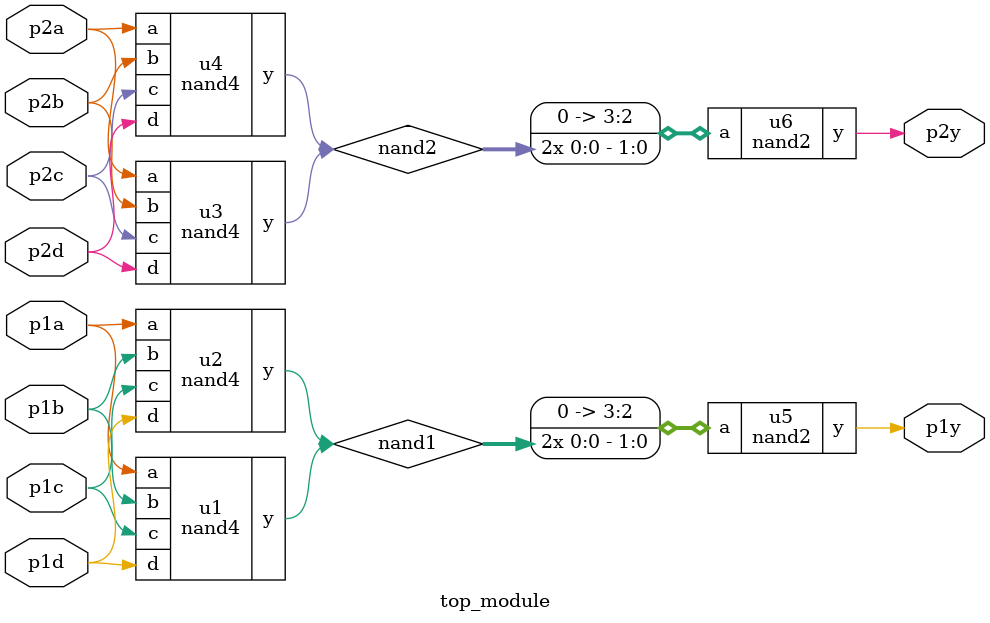
<source format=sv>
module nand4 (input a, input b, input c, input d, output y);
  assign y = ~(a & b & c & d);
endmodule
module nand2 (input [3:0] a, output y);
  assign y = ~(a[0] & a[1] & a[2] & a[3]);
endmodule
module top_module(
  input p1a, 
  input p1b, 
  input p1c, 
  input p1d, 
  output p1y, 
  input p2a, 
  input p2b, 
  input p2c, 
  input p2d, 
  output p2y
);

  wire nand1;
  wire nand2;

  nand4 u1 (
    .a(p1a),
    .b(p1b),
    .c(p1c),
    .d(p1d),
    .y(nand1)
  );

  nand4 u2 (
    .a(p1a),
    .b(p1b),
    .c(p1c),
    .d(p1d),
    .y(nand1)
  );

  nand4 u3 (
    .a(p2a),
    .b(p2b),
    .c(p2c),
    .d(p2d),
    .y(nand2)
  );

  nand4 u4 (
    .a(p2a),
    .b(p2b),
    .c(p2c),
    .d(p2d),
    .y(nand2)
  );

  nand2 u5 (
    .a({nand1, nand1}),
    .y(p1y)
  );

  nand2 u6 (
    .a({nand2, nand2}),
    .y(p2y)
  );
  
endmodule

</source>
